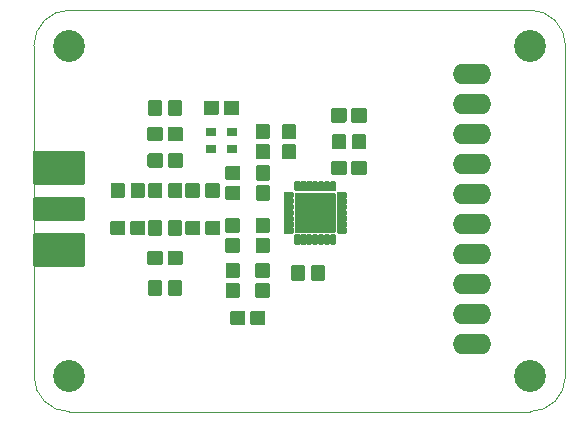
<source format=gbr>
%TF.GenerationSoftware,KiCad,Pcbnew,5.1.10*%
%TF.CreationDate,2021-09-13T14:54:52+02:00*%
%TF.ProjectId,AX5043,41583530-3433-42e6-9b69-6361645f7063,rev?*%
%TF.SameCoordinates,Original*%
%TF.FileFunction,Soldermask,Top*%
%TF.FilePolarity,Negative*%
%FSLAX46Y46*%
G04 Gerber Fmt 4.6, Leading zero omitted, Abs format (unit mm)*
G04 Created by KiCad (PCBNEW 5.1.10) date 2021-09-13 14:54:52*
%MOMM*%
%LPD*%
G01*
G04 APERTURE LIST*
%TA.AperFunction,Profile*%
%ADD10C,0.050000*%
%TD*%
%ADD11C,2.700000*%
%ADD12O,3.251200X1.727200*%
%ADD13R,0.900000X0.800000*%
G04 APERTURE END LIST*
D10*
X127000000Y-110426500D02*
X127000000Y-119000000D01*
X127000000Y-99250500D02*
X127000000Y-91000000D01*
X172000000Y-119000000D02*
X172000000Y-91000000D01*
X130000000Y-122000000D02*
X169000000Y-122000000D01*
X169000000Y-88000000D02*
X130000000Y-88000000D01*
X169000000Y-88000000D02*
G75*
G02*
X172000000Y-91000000I0J-3000000D01*
G01*
X172000000Y-119000000D02*
G75*
G02*
X169000000Y-122000000I-3000000J0D01*
G01*
X130000000Y-122000000D02*
G75*
G02*
X127000000Y-119000000I0J3000000D01*
G01*
X127000000Y-91000000D02*
G75*
G02*
X130000000Y-88000000I3000000J0D01*
G01*
X127000000Y-99250500D02*
X127000000Y-110426500D01*
D11*
X169000000Y-119000000D03*
X169000000Y-91000000D03*
X130000000Y-119000000D03*
X130000000Y-91000000D03*
G36*
G01*
X145868599Y-99342000D02*
X146868601Y-99342000D01*
G75*
G02*
X146970200Y-99443599I0J-101599D01*
G01*
X146970200Y-100543601D01*
G75*
G02*
X146868601Y-100645200I-101599J0D01*
G01*
X145868599Y-100645200D01*
G75*
G02*
X145767000Y-100543601I0J101599D01*
G01*
X145767000Y-99443599D01*
G75*
G02*
X145868599Y-99342000I101599J0D01*
G01*
G37*
G36*
G01*
X145868599Y-97642000D02*
X146868601Y-97642000D01*
G75*
G02*
X146970200Y-97743599I0J-101599D01*
G01*
X146970200Y-98843601D01*
G75*
G02*
X146868601Y-98945200I-101599J0D01*
G01*
X145868599Y-98945200D01*
G75*
G02*
X145767000Y-98843601I0J101599D01*
G01*
X145767000Y-97743599D01*
G75*
G02*
X145868599Y-97642000I101599J0D01*
G01*
G37*
G36*
G01*
X149091101Y-98945200D02*
X148091099Y-98945200D01*
G75*
G02*
X147989500Y-98843601I0J101599D01*
G01*
X147989500Y-97743599D01*
G75*
G02*
X148091099Y-97642000I101599J0D01*
G01*
X149091101Y-97642000D01*
G75*
G02*
X149192700Y-97743599I0J-101599D01*
G01*
X149192700Y-98843601D01*
G75*
G02*
X149091101Y-98945200I-101599J0D01*
G01*
G37*
G36*
G01*
X149091101Y-100645200D02*
X148091099Y-100645200D01*
G75*
G02*
X147989500Y-100543601I0J101599D01*
G01*
X147989500Y-99443599D01*
G75*
G02*
X148091099Y-99342000I101599J0D01*
G01*
X149091101Y-99342000D01*
G75*
G02*
X149192700Y-99443599I0J-101599D01*
G01*
X149192700Y-100543601D01*
G75*
G02*
X149091101Y-100645200I-101599J0D01*
G01*
G37*
G36*
G01*
X146868601Y-102437700D02*
X145868599Y-102437700D01*
G75*
G02*
X145767000Y-102336101I0J101599D01*
G01*
X145767000Y-101236099D01*
G75*
G02*
X145868599Y-101134500I101599J0D01*
G01*
X146868601Y-101134500D01*
G75*
G02*
X146970200Y-101236099I0J-101599D01*
G01*
X146970200Y-102336101D01*
G75*
G02*
X146868601Y-102437700I-101599J0D01*
G01*
G37*
G36*
G01*
X146868601Y-104137700D02*
X145868599Y-104137700D01*
G75*
G02*
X145767000Y-104036101I0J101599D01*
G01*
X145767000Y-102936099D01*
G75*
G02*
X145868599Y-102834500I101599J0D01*
G01*
X146868601Y-102834500D01*
G75*
G02*
X146970200Y-102936099I0J-101599D01*
G01*
X146970200Y-104036101D01*
G75*
G02*
X146868601Y-104137700I-101599J0D01*
G01*
G37*
G36*
G01*
X145868599Y-107279500D02*
X146868601Y-107279500D01*
G75*
G02*
X146970200Y-107381099I0J-101599D01*
G01*
X146970200Y-108481101D01*
G75*
G02*
X146868601Y-108582700I-101599J0D01*
G01*
X145868599Y-108582700D01*
G75*
G02*
X145767000Y-108481101I0J101599D01*
G01*
X145767000Y-107381099D01*
G75*
G02*
X145868599Y-107279500I101599J0D01*
G01*
G37*
G36*
G01*
X145868599Y-105579500D02*
X146868601Y-105579500D01*
G75*
G02*
X146970200Y-105681099I0J-101599D01*
G01*
X146970200Y-106781101D01*
G75*
G02*
X146868601Y-106882700I-101599J0D01*
G01*
X145868599Y-106882700D01*
G75*
G02*
X145767000Y-106781101I0J101599D01*
G01*
X145767000Y-105681099D01*
G75*
G02*
X145868599Y-105579500I101599J0D01*
G01*
G37*
G36*
G01*
X141090200Y-102771099D02*
X141090200Y-103771101D01*
G75*
G02*
X140988601Y-103872700I-101599J0D01*
G01*
X139888599Y-103872700D01*
G75*
G02*
X139787000Y-103771101I0J101599D01*
G01*
X139787000Y-102771099D01*
G75*
G02*
X139888599Y-102669500I101599J0D01*
G01*
X140988601Y-102669500D01*
G75*
G02*
X141090200Y-102771099I0J-101599D01*
G01*
G37*
G36*
G01*
X142790200Y-102771099D02*
X142790200Y-103771101D01*
G75*
G02*
X142688601Y-103872700I-101599J0D01*
G01*
X141588599Y-103872700D01*
G75*
G02*
X141487000Y-103771101I0J101599D01*
G01*
X141487000Y-102771099D01*
G75*
G02*
X141588599Y-102669500I101599J0D01*
G01*
X142688601Y-102669500D01*
G75*
G02*
X142790200Y-102771099I0J-101599D01*
G01*
G37*
G36*
G01*
X141090200Y-105946099D02*
X141090200Y-106946101D01*
G75*
G02*
X140988601Y-107047700I-101599J0D01*
G01*
X139888599Y-107047700D01*
G75*
G02*
X139787000Y-106946101I0J101599D01*
G01*
X139787000Y-105946099D01*
G75*
G02*
X139888599Y-105844500I101599J0D01*
G01*
X140988601Y-105844500D01*
G75*
G02*
X141090200Y-105946099I0J-101599D01*
G01*
G37*
G36*
G01*
X142790200Y-105946099D02*
X142790200Y-106946101D01*
G75*
G02*
X142688601Y-107047700I-101599J0D01*
G01*
X141588599Y-107047700D01*
G75*
G02*
X141487000Y-106946101I0J101599D01*
G01*
X141487000Y-105946099D01*
G75*
G02*
X141588599Y-105844500I101599J0D01*
G01*
X142688601Y-105844500D01*
G75*
G02*
X142790200Y-105946099I0J-101599D01*
G01*
G37*
G36*
G01*
X137915200Y-100231099D02*
X137915200Y-101231101D01*
G75*
G02*
X137813601Y-101332700I-101599J0D01*
G01*
X136713599Y-101332700D01*
G75*
G02*
X136612000Y-101231101I0J101599D01*
G01*
X136612000Y-100231099D01*
G75*
G02*
X136713599Y-100129500I101599J0D01*
G01*
X137813601Y-100129500D01*
G75*
G02*
X137915200Y-100231099I0J-101599D01*
G01*
G37*
G36*
G01*
X139615200Y-100231099D02*
X139615200Y-101231101D01*
G75*
G02*
X139513601Y-101332700I-101599J0D01*
G01*
X138413599Y-101332700D01*
G75*
G02*
X138312000Y-101231101I0J101599D01*
G01*
X138312000Y-100231099D01*
G75*
G02*
X138413599Y-100129500I101599J0D01*
G01*
X139513601Y-100129500D01*
G75*
G02*
X139615200Y-100231099I0J-101599D01*
G01*
G37*
G36*
G01*
X138312000Y-109486101D02*
X138312000Y-108486099D01*
G75*
G02*
X138413599Y-108384500I101599J0D01*
G01*
X139513601Y-108384500D01*
G75*
G02*
X139615200Y-108486099I0J-101599D01*
G01*
X139615200Y-109486101D01*
G75*
G02*
X139513601Y-109587700I-101599J0D01*
G01*
X138413599Y-109587700D01*
G75*
G02*
X138312000Y-109486101I0J101599D01*
G01*
G37*
G36*
G01*
X136612000Y-109486101D02*
X136612000Y-108486099D01*
G75*
G02*
X136713599Y-108384500I101599J0D01*
G01*
X137813601Y-108384500D01*
G75*
G02*
X137915200Y-108486099I0J-101599D01*
G01*
X137915200Y-109486101D01*
G75*
G02*
X137813601Y-109587700I-101599J0D01*
G01*
X136713599Y-109587700D01*
G75*
G02*
X136612000Y-109486101I0J101599D01*
G01*
G37*
G36*
G01*
X135137000Y-106946101D02*
X135137000Y-105946099D01*
G75*
G02*
X135238599Y-105844500I101599J0D01*
G01*
X136338601Y-105844500D01*
G75*
G02*
X136440200Y-105946099I0J-101599D01*
G01*
X136440200Y-106946101D01*
G75*
G02*
X136338601Y-107047700I-101599J0D01*
G01*
X135238599Y-107047700D01*
G75*
G02*
X135137000Y-106946101I0J101599D01*
G01*
G37*
G36*
G01*
X133437000Y-106946101D02*
X133437000Y-105946099D01*
G75*
G02*
X133538599Y-105844500I101599J0D01*
G01*
X134638601Y-105844500D01*
G75*
G02*
X134740200Y-105946099I0J-101599D01*
G01*
X134740200Y-106946101D01*
G75*
G02*
X134638601Y-107047700I-101599J0D01*
G01*
X133538599Y-107047700D01*
G75*
G02*
X133437000Y-106946101I0J101599D01*
G01*
G37*
G36*
G01*
X138312000Y-99008601D02*
X138312000Y-98008599D01*
G75*
G02*
X138413599Y-97907000I101599J0D01*
G01*
X139513601Y-97907000D01*
G75*
G02*
X139615200Y-98008599I0J-101599D01*
G01*
X139615200Y-99008601D01*
G75*
G02*
X139513601Y-99110200I-101599J0D01*
G01*
X138413599Y-99110200D01*
G75*
G02*
X138312000Y-99008601I0J101599D01*
G01*
G37*
G36*
G01*
X136612000Y-99008601D02*
X136612000Y-98008599D01*
G75*
G02*
X136713599Y-97907000I101599J0D01*
G01*
X137813601Y-97907000D01*
G75*
G02*
X137915200Y-98008599I0J-101599D01*
G01*
X137915200Y-99008601D01*
G75*
G02*
X137813601Y-99110200I-101599J0D01*
G01*
X136713599Y-99110200D01*
G75*
G02*
X136612000Y-99008601I0J101599D01*
G01*
G37*
G36*
G01*
X143074500Y-96786101D02*
X143074500Y-95786099D01*
G75*
G02*
X143176099Y-95684500I101599J0D01*
G01*
X144276101Y-95684500D01*
G75*
G02*
X144377700Y-95786099I0J-101599D01*
G01*
X144377700Y-96786101D01*
G75*
G02*
X144276101Y-96887700I-101599J0D01*
G01*
X143176099Y-96887700D01*
G75*
G02*
X143074500Y-96786101I0J101599D01*
G01*
G37*
G36*
G01*
X141374500Y-96786101D02*
X141374500Y-95786099D01*
G75*
G02*
X141476099Y-95684500I101599J0D01*
G01*
X142576101Y-95684500D01*
G75*
G02*
X142677700Y-95786099I0J-101599D01*
G01*
X142677700Y-96786101D01*
G75*
G02*
X142576101Y-96887700I-101599J0D01*
G01*
X141476099Y-96887700D01*
G75*
G02*
X141374500Y-96786101I0J101599D01*
G01*
G37*
G36*
G01*
X153472700Y-100866099D02*
X153472700Y-101866101D01*
G75*
G02*
X153371101Y-101967700I-101599J0D01*
G01*
X152271099Y-101967700D01*
G75*
G02*
X152169500Y-101866101I0J101599D01*
G01*
X152169500Y-100866099D01*
G75*
G02*
X152271099Y-100764500I101599J0D01*
G01*
X153371101Y-100764500D01*
G75*
G02*
X153472700Y-100866099I0J-101599D01*
G01*
G37*
G36*
G01*
X155172700Y-100866099D02*
X155172700Y-101866101D01*
G75*
G02*
X155071101Y-101967700I-101599J0D01*
G01*
X153971099Y-101967700D01*
G75*
G02*
X153869500Y-101866101I0J101599D01*
G01*
X153869500Y-100866099D01*
G75*
G02*
X153971099Y-100764500I101599J0D01*
G01*
X155071101Y-100764500D01*
G75*
G02*
X155172700Y-100866099I0J-101599D01*
G01*
G37*
G36*
G01*
X153472700Y-96421099D02*
X153472700Y-97421101D01*
G75*
G02*
X153371101Y-97522700I-101599J0D01*
G01*
X152271099Y-97522700D01*
G75*
G02*
X152169500Y-97421101I0J101599D01*
G01*
X152169500Y-96421099D01*
G75*
G02*
X152271099Y-96319500I101599J0D01*
G01*
X153371101Y-96319500D01*
G75*
G02*
X153472700Y-96421099I0J-101599D01*
G01*
G37*
G36*
G01*
X155172700Y-96421099D02*
X155172700Y-97421101D01*
G75*
G02*
X155071101Y-97522700I-101599J0D01*
G01*
X153971099Y-97522700D01*
G75*
G02*
X153869500Y-97421101I0J101599D01*
G01*
X153869500Y-96421099D01*
G75*
G02*
X153971099Y-96319500I101599J0D01*
G01*
X155071101Y-96319500D01*
G75*
G02*
X155172700Y-96421099I0J-101599D01*
G01*
G37*
G36*
G01*
X143328599Y-111089500D02*
X144328601Y-111089500D01*
G75*
G02*
X144430200Y-111191099I0J-101599D01*
G01*
X144430200Y-112291101D01*
G75*
G02*
X144328601Y-112392700I-101599J0D01*
G01*
X143328599Y-112392700D01*
G75*
G02*
X143227000Y-112291101I0J101599D01*
G01*
X143227000Y-111191099D01*
G75*
G02*
X143328599Y-111089500I101599J0D01*
G01*
G37*
G36*
G01*
X143328599Y-109389500D02*
X144328601Y-109389500D01*
G75*
G02*
X144430200Y-109491099I0J-101599D01*
G01*
X144430200Y-110591101D01*
G75*
G02*
X144328601Y-110692700I-101599J0D01*
G01*
X143328599Y-110692700D01*
G75*
G02*
X143227000Y-110591101I0J101599D01*
G01*
X143227000Y-109491099D01*
G75*
G02*
X143328599Y-109389500I101599J0D01*
G01*
G37*
G36*
G01*
X144900200Y-113566099D02*
X144900200Y-114566101D01*
G75*
G02*
X144798601Y-114667700I-101599J0D01*
G01*
X143698599Y-114667700D01*
G75*
G02*
X143597000Y-114566101I0J101599D01*
G01*
X143597000Y-113566099D01*
G75*
G02*
X143698599Y-113464500I101599J0D01*
G01*
X144798601Y-113464500D01*
G75*
G02*
X144900200Y-113566099I0J-101599D01*
G01*
G37*
G36*
G01*
X146600200Y-113566099D02*
X146600200Y-114566101D01*
G75*
G02*
X146498601Y-114667700I-101599J0D01*
G01*
X145398599Y-114667700D01*
G75*
G02*
X145297000Y-114566101I0J101599D01*
G01*
X145297000Y-113566099D01*
G75*
G02*
X145398599Y-113464500I101599J0D01*
G01*
X146498601Y-113464500D01*
G75*
G02*
X146600200Y-113566099I0J-101599D01*
G01*
G37*
D12*
X164084000Y-116268500D03*
X164084000Y-113728500D03*
X164084000Y-111188500D03*
X164084000Y-108648500D03*
X164084000Y-106108500D03*
X164084000Y-103568500D03*
X164084000Y-101028500D03*
X164084000Y-98488500D03*
X164084000Y-95948500D03*
X164084000Y-93408500D03*
G36*
G01*
X144378601Y-106832700D02*
X143278599Y-106832700D01*
G75*
G02*
X143177000Y-106731101I0J101599D01*
G01*
X143177000Y-105731099D01*
G75*
G02*
X143278599Y-105629500I101599J0D01*
G01*
X144378601Y-105629500D01*
G75*
G02*
X144480200Y-105731099I0J-101599D01*
G01*
X144480200Y-106731101D01*
G75*
G02*
X144378601Y-106832700I-101599J0D01*
G01*
G37*
G36*
G01*
X144378601Y-108532700D02*
X143278599Y-108532700D01*
G75*
G02*
X143177000Y-108431101I0J101599D01*
G01*
X143177000Y-107431099D01*
G75*
G02*
X143278599Y-107329500I101599J0D01*
G01*
X144378601Y-107329500D01*
G75*
G02*
X144480200Y-107431099I0J-101599D01*
G01*
X144480200Y-108431101D01*
G75*
G02*
X144378601Y-108532700I-101599J0D01*
G01*
G37*
G36*
G01*
X144378601Y-102387700D02*
X143278599Y-102387700D01*
G75*
G02*
X143177000Y-102286101I0J101599D01*
G01*
X143177000Y-101286099D01*
G75*
G02*
X143278599Y-101184500I101599J0D01*
G01*
X144378601Y-101184500D01*
G75*
G02*
X144480200Y-101286099I0J-101599D01*
G01*
X144480200Y-102286101D01*
G75*
G02*
X144378601Y-102387700I-101599J0D01*
G01*
G37*
G36*
G01*
X144378601Y-104087700D02*
X143278599Y-104087700D01*
G75*
G02*
X143177000Y-103986101I0J101599D01*
G01*
X143177000Y-102986099D01*
G75*
G02*
X143278599Y-102884500I101599J0D01*
G01*
X144378601Y-102884500D01*
G75*
G02*
X144480200Y-102986099I0J-101599D01*
G01*
X144480200Y-103986101D01*
G75*
G02*
X144378601Y-104087700I-101599J0D01*
G01*
G37*
G36*
G01*
X137865200Y-102721099D02*
X137865200Y-103821101D01*
G75*
G02*
X137763601Y-103922700I-101599J0D01*
G01*
X136763599Y-103922700D01*
G75*
G02*
X136662000Y-103821101I0J101599D01*
G01*
X136662000Y-102721099D01*
G75*
G02*
X136763599Y-102619500I101599J0D01*
G01*
X137763601Y-102619500D01*
G75*
G02*
X137865200Y-102721099I0J-101599D01*
G01*
G37*
G36*
G01*
X139565200Y-102721099D02*
X139565200Y-103821101D01*
G75*
G02*
X139463601Y-103922700I-101599J0D01*
G01*
X138463599Y-103922700D01*
G75*
G02*
X138362000Y-103821101I0J101599D01*
G01*
X138362000Y-102721099D01*
G75*
G02*
X138463599Y-102619500I101599J0D01*
G01*
X139463601Y-102619500D01*
G75*
G02*
X139565200Y-102721099I0J-101599D01*
G01*
G37*
G36*
G01*
X137865200Y-105896099D02*
X137865200Y-106996101D01*
G75*
G02*
X137763601Y-107097700I-101599J0D01*
G01*
X136763599Y-107097700D01*
G75*
G02*
X136662000Y-106996101I0J101599D01*
G01*
X136662000Y-105896099D01*
G75*
G02*
X136763599Y-105794500I101599J0D01*
G01*
X137763601Y-105794500D01*
G75*
G02*
X137865200Y-105896099I0J-101599D01*
G01*
G37*
G36*
G01*
X139565200Y-105896099D02*
X139565200Y-106996101D01*
G75*
G02*
X139463601Y-107097700I-101599J0D01*
G01*
X138463599Y-107097700D01*
G75*
G02*
X138362000Y-106996101I0J101599D01*
G01*
X138362000Y-105896099D01*
G75*
G02*
X138463599Y-105794500I101599J0D01*
G01*
X139463601Y-105794500D01*
G75*
G02*
X139565200Y-105896099I0J-101599D01*
G01*
G37*
G36*
G01*
X134690200Y-102721099D02*
X134690200Y-103821101D01*
G75*
G02*
X134588601Y-103922700I-101599J0D01*
G01*
X133588599Y-103922700D01*
G75*
G02*
X133487000Y-103821101I0J101599D01*
G01*
X133487000Y-102721099D01*
G75*
G02*
X133588599Y-102619500I101599J0D01*
G01*
X134588601Y-102619500D01*
G75*
G02*
X134690200Y-102721099I0J-101599D01*
G01*
G37*
G36*
G01*
X136390200Y-102721099D02*
X136390200Y-103821101D01*
G75*
G02*
X136288601Y-103922700I-101599J0D01*
G01*
X135288599Y-103922700D01*
G75*
G02*
X135187000Y-103821101I0J101599D01*
G01*
X135187000Y-102721099D01*
G75*
G02*
X135288599Y-102619500I101599J0D01*
G01*
X136288601Y-102619500D01*
G75*
G02*
X136390200Y-102721099I0J-101599D01*
G01*
G37*
G36*
G01*
X138362000Y-112076101D02*
X138362000Y-110976099D01*
G75*
G02*
X138463599Y-110874500I101599J0D01*
G01*
X139463601Y-110874500D01*
G75*
G02*
X139565200Y-110976099I0J-101599D01*
G01*
X139565200Y-112076101D01*
G75*
G02*
X139463601Y-112177700I-101599J0D01*
G01*
X138463599Y-112177700D01*
G75*
G02*
X138362000Y-112076101I0J101599D01*
G01*
G37*
G36*
G01*
X136662000Y-112076101D02*
X136662000Y-110976099D01*
G75*
G02*
X136763599Y-110874500I101599J0D01*
G01*
X137763601Y-110874500D01*
G75*
G02*
X137865200Y-110976099I0J-101599D01*
G01*
X137865200Y-112076101D01*
G75*
G02*
X137763601Y-112177700I-101599J0D01*
G01*
X136763599Y-112177700D01*
G75*
G02*
X136662000Y-112076101I0J101599D01*
G01*
G37*
G36*
G01*
X138362000Y-96836101D02*
X138362000Y-95736099D01*
G75*
G02*
X138463599Y-95634500I101599J0D01*
G01*
X139463601Y-95634500D01*
G75*
G02*
X139565200Y-95736099I0J-101599D01*
G01*
X139565200Y-96836101D01*
G75*
G02*
X139463601Y-96937700I-101599J0D01*
G01*
X138463599Y-96937700D01*
G75*
G02*
X138362000Y-96836101I0J101599D01*
G01*
G37*
G36*
G01*
X136662000Y-96836101D02*
X136662000Y-95736099D01*
G75*
G02*
X136763599Y-95634500I101599J0D01*
G01*
X137763601Y-95634500D01*
G75*
G02*
X137865200Y-95736099I0J-101599D01*
G01*
X137865200Y-96836101D01*
G75*
G02*
X137763601Y-96937700I-101599J0D01*
G01*
X136763599Y-96937700D01*
G75*
G02*
X136662000Y-96836101I0J101599D01*
G01*
G37*
G36*
G01*
X153919500Y-99693601D02*
X153919500Y-98593599D01*
G75*
G02*
X154021099Y-98492000I101599J0D01*
G01*
X155021101Y-98492000D01*
G75*
G02*
X155122700Y-98593599I0J-101599D01*
G01*
X155122700Y-99693601D01*
G75*
G02*
X155021101Y-99795200I-101599J0D01*
G01*
X154021099Y-99795200D01*
G75*
G02*
X153919500Y-99693601I0J101599D01*
G01*
G37*
G36*
G01*
X152219500Y-99693601D02*
X152219500Y-98593599D01*
G75*
G02*
X152321099Y-98492000I101599J0D01*
G01*
X153321101Y-98492000D01*
G75*
G02*
X153422700Y-98593599I0J-101599D01*
G01*
X153422700Y-99693601D01*
G75*
G02*
X153321101Y-99795200I-101599J0D01*
G01*
X152321099Y-99795200D01*
G75*
G02*
X152219500Y-99693601I0J101599D01*
G01*
G37*
G36*
G01*
X150427000Y-110806101D02*
X150427000Y-109706099D01*
G75*
G02*
X150528599Y-109604500I101599J0D01*
G01*
X151528601Y-109604500D01*
G75*
G02*
X151630200Y-109706099I0J-101599D01*
G01*
X151630200Y-110806101D01*
G75*
G02*
X151528601Y-110907700I-101599J0D01*
G01*
X150528599Y-110907700D01*
G75*
G02*
X150427000Y-110806101I0J101599D01*
G01*
G37*
G36*
G01*
X148727000Y-110806101D02*
X148727000Y-109706099D01*
G75*
G02*
X148828599Y-109604500I101599J0D01*
G01*
X149828601Y-109604500D01*
G75*
G02*
X149930200Y-109706099I0J-101599D01*
G01*
X149930200Y-110806101D01*
G75*
G02*
X149828601Y-110907700I-101599J0D01*
G01*
X148828599Y-110907700D01*
G75*
G02*
X148727000Y-110806101I0J101599D01*
G01*
G37*
G36*
G01*
X145818599Y-111139500D02*
X146918601Y-111139500D01*
G75*
G02*
X147020200Y-111241099I0J-101599D01*
G01*
X147020200Y-112241101D01*
G75*
G02*
X146918601Y-112342700I-101599J0D01*
G01*
X145818599Y-112342700D01*
G75*
G02*
X145717000Y-112241101I0J101599D01*
G01*
X145717000Y-111241099D01*
G75*
G02*
X145818599Y-111139500I101599J0D01*
G01*
G37*
G36*
G01*
X145818599Y-109439500D02*
X146918601Y-109439500D01*
G75*
G02*
X147020200Y-109541099I0J-101599D01*
G01*
X147020200Y-110541101D01*
G75*
G02*
X146918601Y-110642700I-101599J0D01*
G01*
X145818599Y-110642700D01*
G75*
G02*
X145717000Y-110541101I0J101599D01*
G01*
X145717000Y-109541099D01*
G75*
G02*
X145818599Y-109439500I101599J0D01*
G01*
G37*
G36*
G01*
X149590200Y-102601100D02*
X149590200Y-103251100D01*
G75*
G02*
X149488600Y-103352700I-101600J0D01*
G01*
X149138600Y-103352700D01*
G75*
G02*
X149037000Y-103251100I0J101600D01*
G01*
X149037000Y-102601100D01*
G75*
G02*
X149138600Y-102499500I101600J0D01*
G01*
X149488600Y-102499500D01*
G75*
G02*
X149590200Y-102601100I0J-101600D01*
G01*
G37*
G36*
G01*
X150090200Y-102601100D02*
X150090200Y-103251100D01*
G75*
G02*
X149988600Y-103352700I-101600J0D01*
G01*
X149638600Y-103352700D01*
G75*
G02*
X149537000Y-103251100I0J101600D01*
G01*
X149537000Y-102601100D01*
G75*
G02*
X149638600Y-102499500I101600J0D01*
G01*
X149988600Y-102499500D01*
G75*
G02*
X150090200Y-102601100I0J-101600D01*
G01*
G37*
G36*
G01*
X150590200Y-102601100D02*
X150590200Y-103251100D01*
G75*
G02*
X150488600Y-103352700I-101600J0D01*
G01*
X150138600Y-103352700D01*
G75*
G02*
X150037000Y-103251100I0J101600D01*
G01*
X150037000Y-102601100D01*
G75*
G02*
X150138600Y-102499500I101600J0D01*
G01*
X150488600Y-102499500D01*
G75*
G02*
X150590200Y-102601100I0J-101600D01*
G01*
G37*
G36*
G01*
X151090200Y-102601100D02*
X151090200Y-103251100D01*
G75*
G02*
X150988600Y-103352700I-101600J0D01*
G01*
X150638600Y-103352700D01*
G75*
G02*
X150537000Y-103251100I0J101600D01*
G01*
X150537000Y-102601100D01*
G75*
G02*
X150638600Y-102499500I101600J0D01*
G01*
X150988600Y-102499500D01*
G75*
G02*
X151090200Y-102601100I0J-101600D01*
G01*
G37*
G36*
G01*
X151590200Y-102601100D02*
X151590200Y-103251100D01*
G75*
G02*
X151488600Y-103352700I-101600J0D01*
G01*
X151138600Y-103352700D01*
G75*
G02*
X151037000Y-103251100I0J101600D01*
G01*
X151037000Y-102601100D01*
G75*
G02*
X151138600Y-102499500I101600J0D01*
G01*
X151488600Y-102499500D01*
G75*
G02*
X151590200Y-102601100I0J-101600D01*
G01*
G37*
G36*
G01*
X152090200Y-102601100D02*
X152090200Y-103251100D01*
G75*
G02*
X151988600Y-103352700I-101600J0D01*
G01*
X151638600Y-103352700D01*
G75*
G02*
X151537000Y-103251100I0J101600D01*
G01*
X151537000Y-102601100D01*
G75*
G02*
X151638600Y-102499500I101600J0D01*
G01*
X151988600Y-102499500D01*
G75*
G02*
X152090200Y-102601100I0J-101600D01*
G01*
G37*
G36*
G01*
X152590200Y-102601100D02*
X152590200Y-103251100D01*
G75*
G02*
X152488600Y-103352700I-101600J0D01*
G01*
X152138600Y-103352700D01*
G75*
G02*
X152037000Y-103251100I0J101600D01*
G01*
X152037000Y-102601100D01*
G75*
G02*
X152138600Y-102499500I101600J0D01*
G01*
X152488600Y-102499500D01*
G75*
G02*
X152590200Y-102601100I0J-101600D01*
G01*
G37*
G36*
G01*
X152738600Y-103399500D02*
X153388600Y-103399500D01*
G75*
G02*
X153490200Y-103501100I0J-101600D01*
G01*
X153490200Y-103851100D01*
G75*
G02*
X153388600Y-103952700I-101600J0D01*
G01*
X152738600Y-103952700D01*
G75*
G02*
X152637000Y-103851100I0J101600D01*
G01*
X152637000Y-103501100D01*
G75*
G02*
X152738600Y-103399500I101600J0D01*
G01*
G37*
G36*
G01*
X152738600Y-103899500D02*
X153388600Y-103899500D01*
G75*
G02*
X153490200Y-104001100I0J-101600D01*
G01*
X153490200Y-104351100D01*
G75*
G02*
X153388600Y-104452700I-101600J0D01*
G01*
X152738600Y-104452700D01*
G75*
G02*
X152637000Y-104351100I0J101600D01*
G01*
X152637000Y-104001100D01*
G75*
G02*
X152738600Y-103899500I101600J0D01*
G01*
G37*
G36*
G01*
X152738600Y-104399500D02*
X153388600Y-104399500D01*
G75*
G02*
X153490200Y-104501100I0J-101600D01*
G01*
X153490200Y-104851100D01*
G75*
G02*
X153388600Y-104952700I-101600J0D01*
G01*
X152738600Y-104952700D01*
G75*
G02*
X152637000Y-104851100I0J101600D01*
G01*
X152637000Y-104501100D01*
G75*
G02*
X152738600Y-104399500I101600J0D01*
G01*
G37*
G36*
G01*
X152738600Y-104899500D02*
X153388600Y-104899500D01*
G75*
G02*
X153490200Y-105001100I0J-101600D01*
G01*
X153490200Y-105351100D01*
G75*
G02*
X153388600Y-105452700I-101600J0D01*
G01*
X152738600Y-105452700D01*
G75*
G02*
X152637000Y-105351100I0J101600D01*
G01*
X152637000Y-105001100D01*
G75*
G02*
X152738600Y-104899500I101600J0D01*
G01*
G37*
G36*
G01*
X152738600Y-105399500D02*
X153388600Y-105399500D01*
G75*
G02*
X153490200Y-105501100I0J-101600D01*
G01*
X153490200Y-105851100D01*
G75*
G02*
X153388600Y-105952700I-101600J0D01*
G01*
X152738600Y-105952700D01*
G75*
G02*
X152637000Y-105851100I0J101600D01*
G01*
X152637000Y-105501100D01*
G75*
G02*
X152738600Y-105399500I101600J0D01*
G01*
G37*
G36*
G01*
X152738600Y-105899500D02*
X153388600Y-105899500D01*
G75*
G02*
X153490200Y-106001100I0J-101600D01*
G01*
X153490200Y-106351100D01*
G75*
G02*
X153388600Y-106452700I-101600J0D01*
G01*
X152738600Y-106452700D01*
G75*
G02*
X152637000Y-106351100I0J101600D01*
G01*
X152637000Y-106001100D01*
G75*
G02*
X152738600Y-105899500I101600J0D01*
G01*
G37*
G36*
G01*
X152738600Y-106399500D02*
X153388600Y-106399500D01*
G75*
G02*
X153490200Y-106501100I0J-101600D01*
G01*
X153490200Y-106851100D01*
G75*
G02*
X153388600Y-106952700I-101600J0D01*
G01*
X152738600Y-106952700D01*
G75*
G02*
X152637000Y-106851100I0J101600D01*
G01*
X152637000Y-106501100D01*
G75*
G02*
X152738600Y-106399500I101600J0D01*
G01*
G37*
G36*
G01*
X152590200Y-107101100D02*
X152590200Y-107751100D01*
G75*
G02*
X152488600Y-107852700I-101600J0D01*
G01*
X152138600Y-107852700D01*
G75*
G02*
X152037000Y-107751100I0J101600D01*
G01*
X152037000Y-107101100D01*
G75*
G02*
X152138600Y-106999500I101600J0D01*
G01*
X152488600Y-106999500D01*
G75*
G02*
X152590200Y-107101100I0J-101600D01*
G01*
G37*
G36*
G01*
X152090200Y-107101100D02*
X152090200Y-107751100D01*
G75*
G02*
X151988600Y-107852700I-101600J0D01*
G01*
X151638600Y-107852700D01*
G75*
G02*
X151537000Y-107751100I0J101600D01*
G01*
X151537000Y-107101100D01*
G75*
G02*
X151638600Y-106999500I101600J0D01*
G01*
X151988600Y-106999500D01*
G75*
G02*
X152090200Y-107101100I0J-101600D01*
G01*
G37*
G36*
G01*
X151590200Y-107101100D02*
X151590200Y-107751100D01*
G75*
G02*
X151488600Y-107852700I-101600J0D01*
G01*
X151138600Y-107852700D01*
G75*
G02*
X151037000Y-107751100I0J101600D01*
G01*
X151037000Y-107101100D01*
G75*
G02*
X151138600Y-106999500I101600J0D01*
G01*
X151488600Y-106999500D01*
G75*
G02*
X151590200Y-107101100I0J-101600D01*
G01*
G37*
G36*
G01*
X151090200Y-107101100D02*
X151090200Y-107751100D01*
G75*
G02*
X150988600Y-107852700I-101600J0D01*
G01*
X150638600Y-107852700D01*
G75*
G02*
X150537000Y-107751100I0J101600D01*
G01*
X150537000Y-107101100D01*
G75*
G02*
X150638600Y-106999500I101600J0D01*
G01*
X150988600Y-106999500D01*
G75*
G02*
X151090200Y-107101100I0J-101600D01*
G01*
G37*
G36*
G01*
X150590200Y-107101100D02*
X150590200Y-107751100D01*
G75*
G02*
X150488600Y-107852700I-101600J0D01*
G01*
X150138600Y-107852700D01*
G75*
G02*
X150037000Y-107751100I0J101600D01*
G01*
X150037000Y-107101100D01*
G75*
G02*
X150138600Y-106999500I101600J0D01*
G01*
X150488600Y-106999500D01*
G75*
G02*
X150590200Y-107101100I0J-101600D01*
G01*
G37*
G36*
G01*
X150090200Y-107101100D02*
X150090200Y-107751100D01*
G75*
G02*
X149988600Y-107852700I-101600J0D01*
G01*
X149638600Y-107852700D01*
G75*
G02*
X149537000Y-107751100I0J101600D01*
G01*
X149537000Y-107101100D01*
G75*
G02*
X149638600Y-106999500I101600J0D01*
G01*
X149988600Y-106999500D01*
G75*
G02*
X150090200Y-107101100I0J-101600D01*
G01*
G37*
G36*
G01*
X149590200Y-107101100D02*
X149590200Y-107751100D01*
G75*
G02*
X149488600Y-107852700I-101600J0D01*
G01*
X149138600Y-107852700D01*
G75*
G02*
X149037000Y-107751100I0J101600D01*
G01*
X149037000Y-107101100D01*
G75*
G02*
X149138600Y-106999500I101600J0D01*
G01*
X149488600Y-106999500D01*
G75*
G02*
X149590200Y-107101100I0J-101600D01*
G01*
G37*
G36*
G01*
X148888600Y-106952700D02*
X148238600Y-106952700D01*
G75*
G02*
X148137000Y-106851100I0J101600D01*
G01*
X148137000Y-106501100D01*
G75*
G02*
X148238600Y-106399500I101600J0D01*
G01*
X148888600Y-106399500D01*
G75*
G02*
X148990200Y-106501100I0J-101600D01*
G01*
X148990200Y-106851100D01*
G75*
G02*
X148888600Y-106952700I-101600J0D01*
G01*
G37*
G36*
G01*
X148888600Y-106452700D02*
X148238600Y-106452700D01*
G75*
G02*
X148137000Y-106351100I0J101600D01*
G01*
X148137000Y-106001100D01*
G75*
G02*
X148238600Y-105899500I101600J0D01*
G01*
X148888600Y-105899500D01*
G75*
G02*
X148990200Y-106001100I0J-101600D01*
G01*
X148990200Y-106351100D01*
G75*
G02*
X148888600Y-106452700I-101600J0D01*
G01*
G37*
G36*
G01*
X148888600Y-105952700D02*
X148238600Y-105952700D01*
G75*
G02*
X148137000Y-105851100I0J101600D01*
G01*
X148137000Y-105501100D01*
G75*
G02*
X148238600Y-105399500I101600J0D01*
G01*
X148888600Y-105399500D01*
G75*
G02*
X148990200Y-105501100I0J-101600D01*
G01*
X148990200Y-105851100D01*
G75*
G02*
X148888600Y-105952700I-101600J0D01*
G01*
G37*
G36*
G01*
X148888600Y-105452700D02*
X148238600Y-105452700D01*
G75*
G02*
X148137000Y-105351100I0J101600D01*
G01*
X148137000Y-105001100D01*
G75*
G02*
X148238600Y-104899500I101600J0D01*
G01*
X148888600Y-104899500D01*
G75*
G02*
X148990200Y-105001100I0J-101600D01*
G01*
X148990200Y-105351100D01*
G75*
G02*
X148888600Y-105452700I-101600J0D01*
G01*
G37*
G36*
G01*
X148888600Y-104952700D02*
X148238600Y-104952700D01*
G75*
G02*
X148137000Y-104851100I0J101600D01*
G01*
X148137000Y-104501100D01*
G75*
G02*
X148238600Y-104399500I101600J0D01*
G01*
X148888600Y-104399500D01*
G75*
G02*
X148990200Y-104501100I0J-101600D01*
G01*
X148990200Y-104851100D01*
G75*
G02*
X148888600Y-104952700I-101600J0D01*
G01*
G37*
G36*
G01*
X148888600Y-104452700D02*
X148238600Y-104452700D01*
G75*
G02*
X148137000Y-104351100I0J101600D01*
G01*
X148137000Y-104001100D01*
G75*
G02*
X148238600Y-103899500I101600J0D01*
G01*
X148888600Y-103899500D01*
G75*
G02*
X148990200Y-104001100I0J-101600D01*
G01*
X148990200Y-104351100D01*
G75*
G02*
X148888600Y-104452700I-101600J0D01*
G01*
G37*
G36*
G01*
X148888600Y-103952700D02*
X148238600Y-103952700D01*
G75*
G02*
X148137000Y-103851100I0J101600D01*
G01*
X148137000Y-103501100D01*
G75*
G02*
X148238600Y-103399500I101600J0D01*
G01*
X148888600Y-103399500D01*
G75*
G02*
X148990200Y-103501100I0J-101600D01*
G01*
X148990200Y-103851100D01*
G75*
G02*
X148888600Y-103952700I-101600J0D01*
G01*
G37*
G36*
G01*
X149087000Y-106801100D02*
X149087000Y-103551100D01*
G75*
G02*
X149188600Y-103449500I101600J0D01*
G01*
X152438600Y-103449500D01*
G75*
G02*
X152540200Y-103551100I0J-101600D01*
G01*
X152540200Y-106801100D01*
G75*
G02*
X152438600Y-106902700I-101600J0D01*
G01*
X149188600Y-106902700D01*
G75*
G02*
X149087000Y-106801100I0J101600D01*
G01*
G37*
G36*
G01*
X126918300Y-109666600D02*
X126918300Y-106999600D01*
G75*
G02*
X127019900Y-106898000I101600J0D01*
G01*
X131210900Y-106898000D01*
G75*
G02*
X131312500Y-106999600I0J-101600D01*
G01*
X131312500Y-109666600D01*
G75*
G02*
X131210900Y-109768200I-101600J0D01*
G01*
X127019900Y-109768200D01*
G75*
G02*
X126918300Y-109666600I0J101600D01*
G01*
G37*
G36*
G01*
X126918300Y-102677400D02*
X126918300Y-100010400D01*
G75*
G02*
X127019900Y-99908800I101600J0D01*
G01*
X131210900Y-99908800D01*
G75*
G02*
X131312500Y-100010400I0J-101600D01*
G01*
X131312500Y-102677400D01*
G75*
G02*
X131210900Y-102779000I-101600J0D01*
G01*
X127019900Y-102779000D01*
G75*
G02*
X126918300Y-102677400I0J101600D01*
G01*
G37*
G36*
G01*
X126918300Y-105727500D02*
X126918300Y-103949500D01*
G75*
G02*
X127019900Y-103847900I101600J0D01*
G01*
X131210900Y-103847900D01*
G75*
G02*
X131312500Y-103949500I0J-101600D01*
G01*
X131312500Y-105727500D01*
G75*
G02*
X131210900Y-105829100I-101600J0D01*
G01*
X127019900Y-105829100D01*
G75*
G02*
X126918300Y-105727500I0J101600D01*
G01*
G37*
D13*
X141950000Y-99785000D03*
X143800000Y-99785000D03*
X143800000Y-98335000D03*
X141950000Y-98335000D03*
M02*

</source>
